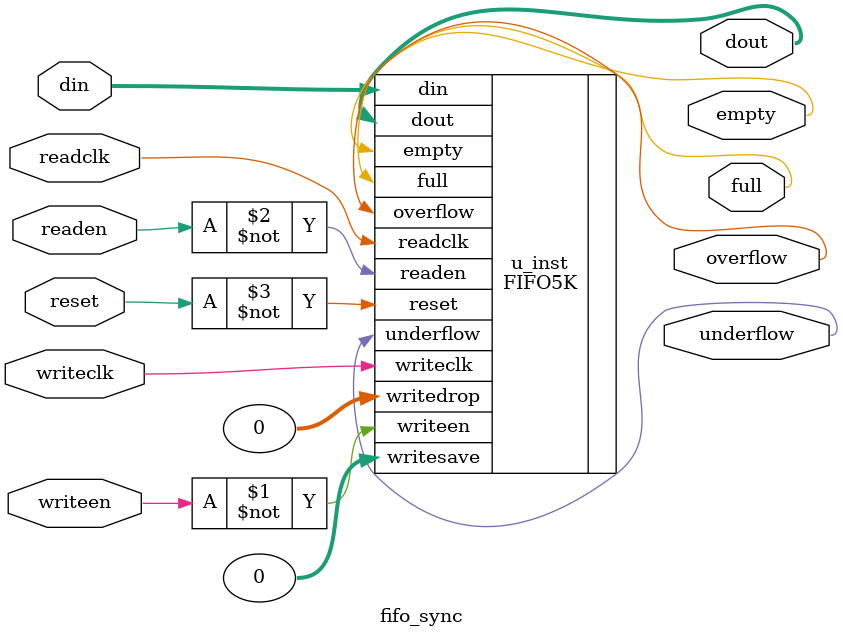
<source format=v>

module fifo_sync(
    dout,
    din,
    writeclk,
    readclk,
    writeen,
    readen,
    reset,
    full,
    empty,
    overflow,
    underflow
);

output [3:0] dout;
input [3:0] din;
input writeclk;
input readclk;
input writeen;
input readen;
input reset;
output full;
output empty;
output overflow;
output underflow;

FIFO5K #(
        .almostemptyth (1'b0),
        .almostfullth (1'b0),
        .writewidth (4),
        .readwidth (4),
        .outreg (1'b0),
        .peek (1'b0),
        .readclk_inv (1'b0),
        .writeclk_inv (1'b0)
)
u_inst (
        .dout (dout),
        .din (din),
        .writeclk (writeclk),
        .readclk (readclk),
        .writeen (~writeen),
        .readen (~readen),
        .reset (~reset),
        .full (full),
        .empty (empty),
        .overflow (overflow),
        .underflow (underflow),
        .writesave (0),
        .writedrop (0)
);

endmodule

// ============================================================
//                  fifo Setting
//
// Warning: This part is read by Fuxi, please don't modify it.
// ============================================================
// Device          : H1D03N3W72C7
// Module          : fifo_sync
// IP core         : fifo
// IP Version      : 2

// AlmostEmpty     : false
// AlmostFull      : false
// EmptyAssert     : 0
// EmptyNegate     : -1
// EmptySingle     : 0
// EmptyType       : 1
// FifoType        : hardware
// FullAssert      : 0
// FullNegate      : -1
// FullSingle      : 0
// FullType        : 1
// Fwft            : false
// OverFlow        : true
// PeekMode        : false
// ReadAck         : false
// ReadAddrWidth   : 1
// ReadClr         : false
// ReadCnt         : false
// ReadDataWidth   : 4
// Regout          : false
// RegoutEn        : false
// Simulation Files: 
// Synthesis Files : 
// UnderFlow       : true
// UseHardWare     : true
// WorkMode        : true
// WriteAck        : false
// WriteAddrWidth  : 1
// WriteClr        : false
// WriteCnt        : false
// WriteDataWidth  : 4
// WriteDrop       : false

</source>
